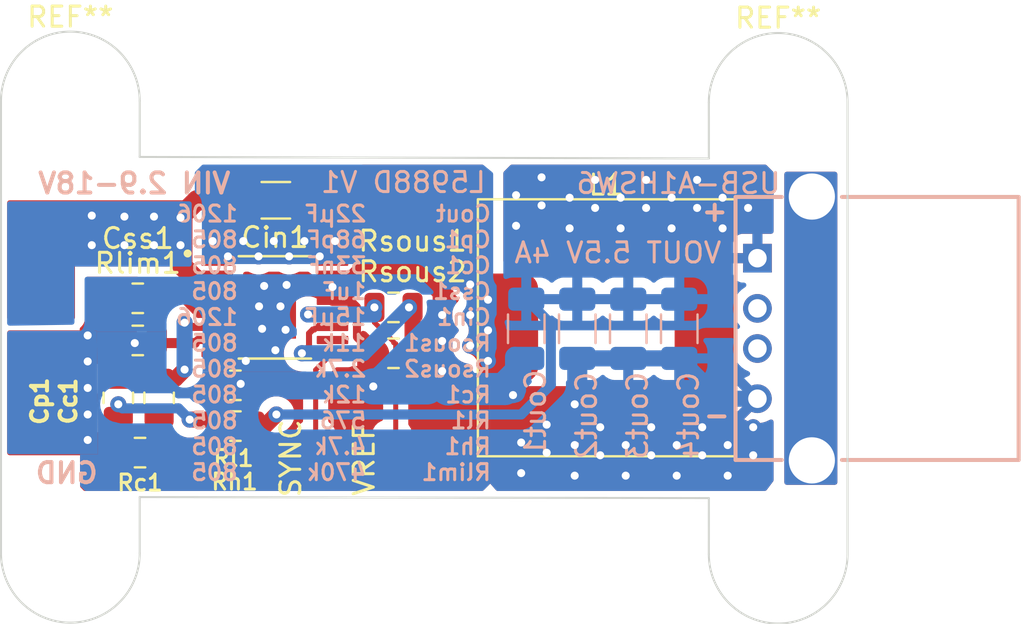
<source format=kicad_pcb>
(kicad_pcb (version 20221018) (generator pcbnew)
  (layers (0 "F.Cu" signal) (31 "B.Cu" signal) (34 "B.Paste" user) (35 "F.Paste" user) (36 "B.SilkS" user "B.Silkscreen") (37 "F.SilkS" user "F.Silkscreen") (38 "B.Mask" user) (39 "F.Mask" user) (44 "Edge.Cuts" user))
  (net 0 "")
  (net 1 "/COMP")
  (net 2 "Net-(Cc1-Pad2)")
  (net 3 "/Vbat")
  (net 4 "GNDPWR")
  (net 5 "/Vout")
  (net 6 "/FB")
  (net 7 "Net-(U1-SS{slash}INH#)")
  (net 8 "Net-(J1-Pin_1)")
  (net 9 "Net-(J2-Pin_1)")
  (net 10 "/OUT")
  (net 11 "Net-(U1-ILIM-ADJ)")
  (net 12 "Net-(U1-U{slash}O{slash}S)")
  (footprint "Connector_Wire:SolderWirePad_1x01_SMD_1x2mm" (layer "F.Cu") (at 166.3448 90.17 180)
    (fp_text reference "VREF" (at 1.3972 -0.4572 90) (layer "F.SilkS"))
    (fp_text value "Conn_01x01_Pin" hide)
    (pad "1" smd roundrect (at 0 0 180) (size 1 2) (layers "F.Cu" "F.Paste" "F.Mask") (net 9 "Net-(J2-Pin_1)"))
  )
  (footprint "Capacitor_SMD:C_0805_2012Metric" (layer "F.Cu") (at 153.6748 82.606)
    (fp_text reference "Css1" (at 0 -2.982) (layer "F.SilkS"))
    (fp_text value "1µF" hide)
    (fp_line (start -0.261252 -0.735) (end 0.261252 -0.735) (stroke (width 0.12)) (layer "F.SilkS"))
    (fp_line (start -0.261252 0.735) (end 0.261252 0.735) (stroke (width 0.12)) (layer "F.SilkS"))
    (pad "1" smd roundrect (at -0.95 0) (size 1 1.45) (layers "F.Cu" "F.Paste" "F.Mask") (net 4 "GNDPWR"))
    (pad "2" smd roundrect (at 0.95 0) (size 1 1.45) (layers "F.Cu" "F.Paste" "F.Mask") (net 7 "Net-(U1-SS{slash}INH#)"))
  )
  (footprint "MountingHole:MountingHole_3.2mm_M3" (layer "F.Cu") (at 150.3172 72.7964)
    (fp_text reference "REF**" (at 0 -4.2) (layer "F.SilkS"))
    (fp_text value "MountingHole_3.2mm_M3" hide)
    (pad "" np_thru_hole circle (at 0 0) (size 3.2 3.2) (drill 3.2) (layers "*.Cu" "*.Mask"))
  )
  (footprint "Capacitor_SMD:C_1206_3216Metric" (layer "F.Cu") (at 160.5518 77.724)
    (fp_text reference "Cin1" (at -0.049 1.849) (layer "F.SilkS"))
    (fp_text value "15µF" hide)
    (fp_line (start -0.711252 -0.91) (end 0.711252 -0.91) (stroke (width 0.12)) (layer "F.SilkS"))
    (fp_line (start -0.711252 0.91) (end 0.711252 0.91) (stroke (width 0.12)) (layer "F.SilkS"))
    (pad "1" smd roundrect (at -1.475 0) (size 1.15 1.8) (layers "F.Cu" "F.Paste" "F.Mask") (roundrect_rratio 0.2173913043) (net 3 "/Vbat"))
    (pad "2" smd roundrect (at 1.475 0) (size 1.15 1.8) (layers "F.Cu" "F.Paste" "F.Mask") (roundrect_rratio 0.2173913043) (net 4 "GNDPWR"))
  )
  (footprint "Capacitor_SMD:C_0805_2012Metric" (layer "F.Cu") (at 166.4108 83.058)
    (fp_text reference "Rsous1" (at 0.95 -3.302) (layer "F.SilkS"))
    (fp_text value "11k")
    (fp_line (start -0.261252 -0.735) (end 0.261252 -0.735) (stroke (width 0.12)) (layer "F.SilkS"))
    (fp_line (start -0.261252 0.735) (end 0.261252 0.735) (stroke (width 0.12)) (layer "F.SilkS"))
    (pad "1" smd roundrect (at -0.95 0) (size 1 1.45) (layers "F.Cu" "F.Paste" "F.Mask") (net 9 "Net-(J2-Pin_1)"))
    (pad "2" smd roundrect (at 0.95 0) (size 1 1.45) (layers "F.Cu" "F.Paste" "F.Mask") (net 12 "Net-(U1-U{slash}O{slash}S)"))
  )
  (footprint "Capacitor_SMD:C_0805_2012Metric" (layer "F.Cu") (at 158.5368 86.939 180)
    (fp_text reference "Rl1" (at 0.0916 -3.6374) (layer "F.SilkS") (effects (font (size 0.8 0.8))))
    (fp_text value "576" hide)
    (fp_line (start -0.261252 -0.735) (end 0.261252 -0.735) (stroke (width 0.12)) (layer "F.SilkS"))
    (fp_line (start -0.261252 0.735) (end 0.261252 0.735) (stroke (width 0.12)) (layer "F.SilkS"))
    (pad "1" smd roundrect (at -0.95 0 180) (size 1 1.45) (layers "F.Cu" "F.Paste" "F.Mask") (net 4 "GNDPWR"))
    (pad "2" smd roundrect (at 0.95 0 180) (size 1 1.45) (layers "F.Cu" "F.Paste" "F.Mask") (net 6 "/FB"))
  )
  (footprint "MountingHole:MountingHole_3.2mm_M3" (layer "F.Cu") (at 150.3172 95.3008)
    (fp_text reference "REF**" hide)
    (fp_text value "MountingHole_3.2mm_M3" hide)
    (pad "" np_thru_hole circle (at 0 0) (size 3.2 3.2) (drill 3.2) (layers "*.Cu" "*.Mask"))
  )
  (footprint "Capacitor_SMD:C_0805_2012Metric" (layer "F.Cu") (at 158.5368 88.971)
    (fp_text reference "Rh1" (at -0.0408 2.7738) (layer "F.SilkS") (effects (font (size 0.8 0.8))))
    (fp_text value "4.7k" hide)
    (fp_line (start -0.261252 -0.735) (end 0.261252 -0.735) (stroke (width 0.12)) (layer "F.SilkS"))
    (fp_line (start -0.261252 0.735) (end 0.261252 0.735) (stroke (width 0.12)) (layer "F.SilkS"))
    (pad "1" smd roundrect (at -0.95 0) (size 1 1.45) (layers "F.Cu" "F.Paste" "F.Mask") (net 6 "/FB"))
    (pad "2" smd roundrect (at 0.95 0) (size 1 1.45) (layers "F.Cu" "F.Paste" "F.Mask") (net 5 "/Vout"))
  )
  (footprint "Connector_Wire:SolderWirePad_1x01_SMD_1x2mm" (layer "F.Cu") (at 162.5348 90.17)
    (fp_text reference "SYNC" (at -1.2448 0.4064 90) (layer "F.SilkS"))
    (fp_text value "Conn_01x01_Pin" hide)
    (pad "1" smd roundrect (at 0 0) (size 1 2) (layers "F.Cu" "F.Paste" "F.Mask") (net 8 "Net-(J1-Pin_1)"))
  )
  (footprint "MountingHole:MountingHole_3.2mm_M3" (layer "F.Cu") (at 185.5724 72.8472)
    (fp_text reference "REF**" (at 0 -4.2) (layer "F.SilkS"))
    (fp_text value "MountingHole_3.2mm_M3" hide)
    (pad "" np_thru_hole circle (at 0 0) (size 3.2 3.2) (drill 3.2) (layers "*.Cu" "*.Mask"))
  )
  (footprint "Capacitor_SMD:C_0805_2012Metric" (layer "F.Cu") (at 153.7868 90.292 180)
    (fp_text reference "Rc1" (at 0 -1.5036) (layer "F.SilkS") (effects (font (size 0.8 0.8))))
    (fp_text value "12k" hide)
    (fp_line (start -0.261252 -0.735) (end 0.261252 -0.735) (stroke (width 0.12)) (layer "F.SilkS"))
    (fp_line (start -0.261252 0.735) (end 0.261252 0.735) (stroke (width 0.12)) (layer "F.SilkS"))
    (pad "1" smd roundrect (at -0.95 0 180) (size 1 1.45) (layers "F.Cu" "F.Paste" "F.Mask") (net 2 "Net-(Cc1-Pad2)"))
    (pad "2" smd roundrect (at 0.95 0 180) (size 1 1.45) (layers "F.Cu" "F.Paste" "F.Mask") (net 6 "/FB"))
  )
  (footprint "Capacitor_SMD:C_0805_2012Metric" (layer "F.Cu") (at 166.4108 85.344 180)
    (fp_text reference "Rsous2" (at -0.95 4.064) (layer "F.SilkS"))
    (fp_text value "2.7k")
    (fp_line (start -0.261252 -0.735) (end 0.261252 -0.735) (stroke (width 0.12)) (layer "F.SilkS"))
    (fp_line (start -0.261252 0.735) (end 0.261252 0.735) (stroke (width 0.12)) (layer "F.SilkS"))
    (pad "1" smd roundrect (at -0.95 0 180) (size 1 1.45) (layers "F.Cu" "F.Paste" "F.Mask") (net 12 "Net-(U1-U{slash}O{slash}S)"))
    (pad "2" smd roundrect (at 0.95 0 180) (size 1 1.45) (layers "F.Cu" "F.Paste" "F.Mask") (net 4 "GNDPWR"))
  )
  (footprint "Capacitor_SMD:C_0805_2012Metric" (layer "F.Cu") (at 154.7368 87.564 -90)
    (fp_text reference "Cc1" (at 0.1676 4.5212 90) (layer "F.SilkS") (effects (font (size 0.8 0.8) (thickness 0.25) bold)))
    (fp_text value "33nF" hide)
    (fp_line (start -0.261252 -0.735) (end 0.261252 -0.735) (stroke (width 0.12)) (layer "F.SilkS"))
    (fp_line (start -0.261252 0.735) (end 0.261252 0.735) (stroke (width 0.12)) (layer "F.SilkS"))
    (pad "1" smd roundrect (at -0.95 0 270) (size 1 1.45) (layers "F.Cu" "F.Paste" "F.Mask") (net 1 "/COMP"))
    (pad "2" smd roundrect (at 0.95 0 270) (size 1 1.45) (layers "F.Cu" "F.Paste" "F.Mask") (net 2 "Net-(Cc1-Pad2)"))
  )
  (footprint "Converter_DCDC_ST:L5988D" (layer "F.Cu") (at 160.5028 83.058)
    (fp_text reference "U1" hide)
    (fp_text value "~")
    (fp_line (start -1.8 -2.55) (end 1.8 -2.55) (stroke (width 0.127)) (layer "F.SilkS"))
    (fp_line (start -1.8 2.55) (end 1.8 2.55) (stroke (width 0.127)) (layer "F.SilkS"))
    (fp_circle (center -4.345 -2.685) (end -4.145 -2.685) (fill solid) (layer "F.SilkS"))
    (pad "1" smd roundrect (at -2.87 -2.275) (size 1.57 0.41) (layers "F.Cu" "F.Paste" "F.Mask") (roundrect_rratio 0.1) (net 10 "/OUT"))
    (pad "2" smd roundrect (at -2.87 -1.625) (size 1.57 0.41) (layers "F.Cu" "F.Paste" "F.Mask") (roundrect_rratio 0.1) (net 3 "/Vbat"))
    (pad "3" smd roundrect (at -2.87 -0.975) (size 1.57 0.41) (layers "F.Cu" "F.Paste" "F.Mask") (roundrect_rratio 0.1) (net 3 "/Vbat"))
    (pad "4" smd roundrect (at -2.87 -0.325) (size 1.57 0.41) (layers "F.Cu" "F.Paste" "F.Mask") (roundrect_rratio 0.1) (net 3 "/Vbat"))
    (pad "5" smd roundrect (at -2.87 0.325) (size 1.57 0.41) (layers "F.Cu" "F.Paste" "F.Mask") (roundrect_rratio 0.1) (net 7 "Net-(U1-SS{slash}INH#)"))
    (pad "6" smd roundrect (at -2.87 0.975) (size 1.57 0.41) (layers "F.Cu" "F.Paste" "F.Mask") (roundrect_rratio 0.1) (net 1 "/COMP"))
    (pad "7" smd roundrect (at -2.87 1.625) (size 1.57 0.41) (layers "F.Cu" "F.Paste" "F.Mask") (roundrect_rratio 0.1) (net 11 "Net-(U1-ILIM-ADJ)"))
    (pad "8" smd roundrect (at -2.87 2.275) (size 1.57 0.41) (layers "F.Cu" "F.Paste" "F.Mask") (roundrect_rratio 0.1) (net 6 "/FB"))
    (pad "9" smd roundrect (at 2.87 2.275) (size 1.57 0.41) (layers "F.Cu" "F.Paste" "F.Mask") (roundrect_rratio 0.1) (net 8 "Net-(J1-Pin_1)"))
    (pad "10" smd roundrect (at 2.87 1.625) (size 1.57 0.41) (layers "F.Cu" "F.Paste" "F.Mask") (roundrect_rratio 0.1))
    (pad "11" smd roundrect (at 2.87 0.975) (size 1.57 0.41) (layers "F.Cu" "F.Paste" "F.Mask") (roundrect_rratio 0.1) (net 12 "Net-(U1-U{slash}O{slash}S)"))
    (pad "12" smd roundrect (at 2.87 0.325) (size 1.57 0.41) (layers "F.Cu" "F.Paste" "F.Mask") (roundrect_rratio 0.1) (net 9 "Net-(J2-Pin_1)"))
    (pad "13" smd roundrect (at 2.87 -0.325) (size 1.57 0.41) (layers "F.Cu" "F.Paste" "F.Mask") (roundrect_rratio 0.1) (net 4 "GNDPWR"))
    (pad "14" smd roundrect (at 2.87 -0.975) (size 1.57 0.41) (layers "F.Cu" "F.Paste" "F.Mask") (roundrect_rratio 0.1) (net 4 "GNDPWR"))
    (pad "15" smd roundrect (at 2.87 -1.625) (size 1.57 0.41) (layers "F.Cu" "F.Paste" "F.Mask") (roundrect_rratio 0.1) (net 4 "GNDPWR"))
    (pad "16" smd roundrect (at 2.87 -2.275) (size 1.57 0.41) (layers "F.Cu" "F.Paste" "F.Mask") (roundrect_rratio 0.1) (net 10 "/OUT"))
    (pad "17" smd rect (at 0 0) (size 2.105 3.115) (layers "F.Cu" "F.Mask") (net 4 "GNDPWR"))
  )
  (footprint "MountingHole:MountingHole_3.2mm_M3" (layer "F.Cu") (at 185.5724 95.3516)
    (fp_text reference "REF**" hide)
    (fp_text value "MountingHole_3.2mm_M3" hide)
    (pad "" np_thru_hole circle (at 0 0) (size 3.2 3.2) (drill 3.2) (layers "*.Cu" "*.Mask"))
  )
  (footprint "Capacitor_SMD:C_0805_2012Metric" (layer "F.Cu") (at 153.6748 84.704)
    (fp_text reference "Rlim1" (at 0 -3.844) (layer "F.SilkS"))
    (fp_text value "470k" hide)
    (fp_line (start -0.261252 -0.735) (end 0.261252 -0.735) (stroke (width 0.12)) (layer "F.SilkS"))
    (fp_line (start -0.261252 0.735) (end 0.261252 0.735) (stroke (width 0.12)) (layer "F.SilkS"))
    (pad "1" smd roundrect (at -0.95 0) (size 1 1.45) (layers "F.Cu" "F.Paste" "F.Mask") (net 4 "GNDPWR"))
    (pad "2" smd roundrect (at 0.95 0) (size 1 1.45) (layers "F.Cu" "F.Paste" "F.Mask") (net 11 "Net-(U1-ILIM-ADJ)"))
  )
  (footprint "Inductor_SMD_Wurth:WE-PDA" (layer "F.Cu") (at 177.0148 84.074 90)
    (fp_text reference "L1" (at 7.112 0 unlocked) (layer "F.SilkS"))
    (fp_text value "15µH" hide)
    (fp_rect (start -6.4 -6.4) (end 6.4 6.4) (stroke (width 0.12)) (fill none) (layer "F.SilkS"))
    (pad "1" smd roundrect (at 0 -4.9 90) (size 5.4 3) (layers "F.Cu" "F.Paste" "F.Mask") (net 10 "/OUT"))
    (pad "2" smd roundrect (at 0 4.9 90) (size 5.4 3) (layers "F.Cu" "F.Paste" "F.Mask") (net 5 "/Vout"))
  )
  (footprint "Capacitor_SMD:C_0805_2012Metric" (layer "F.Cu") (at 152.7048 87.564 -90)
    (fp_text reference "Cp1" (at 0.1676 3.9116 90) (layer "F.SilkS") (effects (font (size 0.8 0.8) (thickness 0.25) bold)))
    (fp_text value "68pF" hide)
    (fp_line (start -0.261252 -0.735) (end 0.261252 -0.735) (stroke (width 0.12)) (layer "F.SilkS"))
    (fp_line (start -0.261252 0.735) (end 0.261252 0.735) (stroke (width 0.12)) (layer "F.SilkS"))
    (pad "1" smd roundrect (at -0.95 0 270) (size 1 1.45) (layers "F.Cu" "F.Paste" "F.Mask") (net 1 "/COMP"))
    (pad "2" smd roundrect (at 0.95 0 270) (size 1 1.45) (layers "F.Cu" "F.Paste" "F.Mask") (net 6 "/FB"))
  )
  (footprint "Capacitor_SMD:C_1206_3216Metric" (layer "B.Cu") (at 180.6448 84.123 -90)
    (fp_text reference "Cout4" (at 4.3198 -0.4572 90) (layer "B.SilkS") (effects (justify mirror)))
    (fp_text value "22µF" hide)
    (fp_line (start -0.711252 -0.91) (end 0.711252 -0.91) (stroke (width 0.12)) (layer "B.SilkS"))
    (fp_line (start -0.711252 0.91) (end 0.711252 0.91) (stroke (width 0.12)) (layer "B.SilkS"))
    (pad "1" smd roundrect (at -1.475 0 270) (size 1.15 1.8) (layers "B.Cu" "B.Paste" "B.Mask") (roundrect_rratio 0.2173913043) (net 5 "/Vout"))
    (pad "2" smd roundrect (at 1.475 0 270) (size 1.15 1.8) (layers "B.Cu" "B.Paste" "B.Mask") (roundrect_rratio 0.2173913043) (net 4 "GNDPWR"))
  )
  (footprint "Capacitor_SMD:C_1206_3216Metric" (layer "B.Cu") (at 175.5648 84.123 -90)
    (fp_text reference "Cout2" (at 4.3198 -0.4572 90) (layer "B.SilkS") (effects (justify mirror)))
    (fp_text value "22µF" hide)
    (fp_line (start -0.711252 -0.91) (end 0.711252 -0.91) (stroke (width 0.12)) (layer "B.SilkS"))
    (fp_line (start -0.711252 0.91) (end 0.711252 0.91) (stroke (width 0.12)) (layer "B.SilkS"))
    (pad "1" smd roundrect (at -1.475 0 270) (size 1.15 1.8) (layers "B.Cu" "B.Paste" "B.Mask") (roundrect_rratio 0.2173913043) (net 5 "/Vout"))
    (pad "2" smd roundrect (at 1.475 0 270) (size 1.15 1.8) (layers "B.Cu" "B.Paste" "B.Mask") (roundrect_rratio 0.2173913043) (net 4 "GNDPWR"))
  )
  (footprint "Connector:OST_USB-A1HSW6" (layer "B.Cu") (at 191.0488 84.108 -90)
    (fp_text reference "P1" hide)
    (fp_text value "USB-A1HSW6")
    (fp_line (start -6.55 -6.5) (end 6.55 -6.5) (stroke (width 0.2)) (layer "B.SilkS"))
    (fp_line (start -6.55 2.3) (end -6.55 -6.5) (stroke (width 0.2)) (layer "B.SilkS"))
    (fp_line (start -6.55 5.3) (end -6.55 7.6) (stroke (width 0.2)) (layer "B.SilkS"))
    (fp_line (start -6.55 7.6) (end 6.55 7.6) (stroke (width 0.2)) (layer "B.SilkS"))
    (fp_line (start 6.55 -6.5) (end 6.55 2.3) (stroke (width 0.2)) (layer "B.SilkS"))
    (fp_line (start 6.55 7.6) (end 6.55 5.3) (stroke (width 0.2)) (layer "B.SilkS"))
    (pad "" thru_hole circle (at -6.57 3.8 270) (size 2.3 2.3) (drill 2.3) (layers "*.Cu" "*.Mask") (net 4 "GNDPWR"))
    (pad "" thru_hole circle (at 6.57 3.8 270) (size 2.3 2.3) (drill 2.3) (layers "*.Cu" "*.Mask") (net 4 "GNDPWR"))
    (pad "1" thru_hole rect (at -3.5 6.51 270) (size 1.428 1.428) (drill 0.92) (layers "*.Cu" "*.Mask") (net 5 "/Vout"))
    (pad "2" thru_hole circle (at -1 6.51 270) (size 1.428 1.428) (drill 0.92) (layers "*.Cu" "*.Mask"))
    (pad "3" thru_hole circle (at 1 6.51 270) (size 1.428 1.428) (drill 0.92) (layers "*.Cu" "*.Mask"))
    (pad "4" thru_hole circle (at 3.5 6.51 270) (size 1.428 1.428) (drill 0.92) (layers "*.Cu" "*.Mask") (net 4 "GNDPWR"))
  )
  (footprint "Capacitor_SMD:C_1206_3216Metric" (layer "B.Cu") (at 173.0248 84.123 -90)
    (fp_text reference "Cout1" (at 4.2058 -0.4572 90) (layer "B.SilkS") (effects (justify mirror)))
    (fp_text value "22µF" hide)
    (fp_line (start -0.711252 -0.91) (end 0.711252 -0.91) (stroke (width 0.12)) (layer "B.SilkS"))
    (fp_line (start -0.711252 0.91) (end 0.711252 0.91) (stroke (width 0.12)) (layer "B.SilkS"))
    (pad "1" smd roundrect (at -1.475 0 270) (size 1.15 1.8) (layers "B.Cu" "B.Paste" "B.Mask") (roundrect_rratio 0.2173913043) (net 5 "/Vout"))
    (pad "2" smd roundrect (at 1.475 0 270) (size 1.15 1.8) (layers "B.Cu" "B.Paste" "B.Mask") (roundrect_rratio 0.2173913043) (net 4 "GNDPWR"))
  )
  (footprint "Capacitor_SMD:C_1206_3216Metric" (layer "B.Cu") (at 178.1048 84.123 -90)
    (fp_text reference "Cout3" (at 4.3198 -0.4572 90) (layer "B.SilkS") (effects (justify mirror)))
    (fp_text value "22µF" hide)
    (fp_line (start -0.711252 -0.91) (end 0.711252 -0.91) (stroke (width 0.12)) (layer "B.SilkS"))
    (fp_line (start -0.711252 0.91) (end 0.711252 0.91) (stroke (width 0.12)) (layer "B.SilkS"))
    (pad "1" smd roundrect (at -1.475 0 270) (size 1.15 1.8) (layers "B.Cu" "B.Paste" "B.Mask") (roundrect_rratio 0.2173913043) (net 5 "/Vout"))
    (pad "2" smd roundrect (at 1.475 0 270) (size 1.15 1.8) (layers "B.Cu" "B.Paste" "B.Mask") (roundrect_rratio 0.2173913043) (net 4 "GNDPWR"))
  )
  (gr_line (start 182.117627 72.8472) (end 182.118 75.6412) (stroke (width 0.1)) (layer "Edge.Cuts"))
  (gr_line (start 189.0268 77.47) (end 189.0268 72.7964) (stroke (width 0.1)) (layer "Edge.Cuts"))
  (gr_line (start 146.862428 90.6272) (end 146.862614 77.4446) (stroke (width 0.1)) (layer "Edge.Cuts"))
  (gr_line (start 153.7716 95.3008) (end 153.771227 92.5068) (stroke (width 0.1)) (layer "Edge.Cuts"))
  (gr_line (start 182.117628 95.3516) (end 182.118001 92.5576) (stroke (width 0.1)) (layer "Edge.Cuts"))
  (gr_line (start 146.862614 77.4446) (end 146.862614 72.7202) (stroke (width 0.1)) (layer "Edge.Cuts"))
  (gr_line (start 189.0268 77.47) (end 189.0268 90.678) (stroke (width 0.1)) (layer "Edge.Cuts"))
  (gr_arc (start 189.0268 95.4024) (mid 185.547 98.80628) (end 182.117628 95.3516) (stroke (width 0.1)) (layer "Edge.Cuts"))
  (gr_arc (start 146.862614 72.7202) (mid 150.342414 69.316319) (end 153.771786 72.771) (stroke (width 0.1)) (layer "Edge.Cuts"))
  (gr_arc (start 153.7716 95.3008) (mid 150.342228 98.755481) (end 146.862428 95.3516) (stroke (width 0.1)) (layer "Edge.Cuts"))
  (gr_line (start 153.771786 72.771) (end 153.771413 75.565) (stroke (width 0.1)) (layer "Edge.Cuts"))
  (gr_line (start 153.771413 75.565) (end 182.118 75.6412) (stroke (width 0.1)) (layer "Edge.Cuts"))
  (gr_line (start 153.771227 92.5068) (end 182.118001 92.5576) (stroke (width 0.1)) (layer "Edge.Cuts"))
  (gr_line (start 146.862428 90.6272) (end 146.862428 95.3516) (stroke (width 0.1)) (layer "Edge.Cuts"))
  (gr_arc (start 182.117627 72.8472) (mid 185.546999 69.39252) (end 189.026799 72.7964) (stroke (width 0.1)) (layer "Edge.Cuts"))
  (gr_line (start 189.0268 90.678) (end 189.0268 95.4024) (stroke (width 0.1)) (layer "Edge.Cuts"))
  (gr_text "+" (at 181.6608 78.8416) (layer "B.SilkS") (effects (font (size 1 1) (thickness 0.2) bold) (justify left bottom)))
  (gr_text "GND" (at 151.7904 91.8972) (layer "B.SilkS") (effects (font (size 1 1) (thickness 0.2) bold) (justify left bottom mirror)))
  (gr_text "USB-A1HSW6" (at 185.7756 77.47) (layer "B.SilkS") (effects (font (size 1 1)) (justify left bottom mirror)))
  (gr_text "-" (at 181.7624 89.0016) (layer "B.SilkS") (effects (font (size 1 1) (thickness 0.2) bold) (justify left bottom)))
  (gr_text "VOUT 5.5V 4A" (at 182.8292 80.9244) (layer "B.SilkS") (effects (font (size 1 1)) (justify left bottom mirror)))
  (gr_text "L5988D V1" (at 171.0944 77.4192) (layer "B.SilkS") (effects (font (size 1 1)) (justify left bottom mirror)))
  (gr_text "Cout	22µF	1206\nCp1		68pF	805\nCc1		33nF	805\nCss1	1uF		805\nCin1	15µF	1206\nRsous1	11k		805\nRsous2	2.7k	805\nRc1		12k		805\nRl1		576		805\nRh1		4.7k	805\nRlim1	470k	805" (at 171.3484 91.7448) (layer "B.SilkS") (effects (font (size 0.8 0.8)) (justify left bottom mirror)))
  (gr_text "VIN 2.9-18V" (at 158.3944 77.47) (layer "B.SilkS") (effects (font (size 1 1) (thickness 0.2) bold) (justify left bottom mirror)))
  (segment (start 156.0068 86.1568) (end 155.5496 86.614) (width 0.8) (layer "F.Cu") (net 1))
  (segment (start 154.7368 86.614) (end 152.7048 86.614) (width 0.8) (layer "F.Cu") (net 1))
  (segment (start 157.6328 84.033) (end 156.2198 84.033) (width 0.4) (layer "F.Cu") (net 1))
  (segment (start 156.2198 84.033) (end 156.0068 83.82) (width 0.25) (layer "F.Cu") (net 1))
  (segment (start 155.5496 86.614) (end 154.7368 86.614) (width 0.8) (layer "F.Cu") (net 1))
  (via (at 156.0068 83.82) (size 0.8) (drill 0.4) (layers "F.Cu" "B.Cu") (net 1))
  (via (at 156.0068 86.1568) (size 0.8) (drill 0.4) (layers "F.Cu" "B.Cu") (net 1))
  (segment (start 156.0068 83.82) (end 156.0068 86.1568) (width 0.8) (layer "B.Cu") (net 1))
  (segment (start 154.7368 88.514) (end 154.7368 90.292) (width 0.8) (layer "F.Cu") (net 2))
  (segment (start 156.662567 81.768699) (end 156.876499 81.768699) (width 1) (layer "F.Cu") (net 3))
  (segment (start 158.760402 77.724) (end 156.6158 77.724) (width 1) (layer "F.Cu") (net 3))
  (segment (start 155.8036 79.9592) (end 155.899101 80.054701) (width 1) (layer "F.Cu") (net 3))
  (segment (start 155.899101 78.683101) (end 155.899101 79.863699) (width 1) (layer "F.Cu") (net 3))
  (segment (start 155.899101 80.054701) (end 155.899101 81.005233) (width 1) (layer "F.Cu") (net 3))
  (segment (start 155.899101 81.005233) (end 156.662567 81.768699) (width 1) (layer "F.Cu") (net 3))
  (segment (start 159.096101 78.059699) (end 158.760402 77.724) (width 1) (layer "F.Cu") (net 3))
  (segment (start 155.899101 78.440699) (end 155.899101 78.492099) (width 1) (layer "F.Cu") (net 3))
  (segment (start 155.8036 78.5876) (end 155.899101 78.683101) (width 1) (layer "F.Cu") (net 3))
  (segment (start 155.899101 78.492099) (end 155.8036 78.5876) (width 1) (layer "F.Cu") (net 3))
  (segment (start 157.6328 81.773) (end 157.6328 82.423) (width 1) (layer "F.Cu") (net 3))
  (segment (start 155.899101 79.863699) (end 155.8036 79.9592) (width 1) (layer "F.Cu") (net 3))
  (segment (start 156.6158 77.724) (end 155.899101 78.440699) (width 1) (layer "F.Cu") (net 3))
  (segment (start 157.6328 81.717) (end 157.6328 82.367) (width 1) (layer "F.Cu") (net 3))
  (via (at 151.384 79.9592) (size 0.8) (drill 0.4) (layers "F.Cu" "B.Cu") (net 3))
  (via (at 155.8036 78.5876) (size 0.8) (drill 0.4) (layers "F.Cu" "B.Cu") (net 3))
  (via (at 155.8036 79.9592) (size 0.8) (drill 0.4) (layers "F.Cu" "B.Cu") (net 3))
  (via (at 153.0096 79.9592) (size 0.8) (drill 0.4) (layers "F.Cu" "B.Cu") (net 3))
  (via (at 154.4828 78.5368) (size 0.8) (drill 0.4) (layers "F.Cu" "B.Cu") (net 3))
  (via (at 153.0096 78.5368) (size 0.8) (drill 0.4) (layers "F.Cu" "B.Cu") (net 3))
  (via (at 151.384 78.486) (size 0.8) (drill 0.4) (layers "F.Cu" "B.Cu") (net 3))
  (via (at 154.4828 79.9592) (size 0.8) (drill 0.4) (layers "F.Cu" "B.Cu") (net 3))
  (segment (start 164.585 83.771173) (end 164.585 83.220398) (width 0.4) (layer "F.Cu") (net 4))
  (segment (start 164.3888 77.724) (end 165.1508 78.486) (width 0.8) (layer "F.Cu") (net 4))
  (segment (start 169.2148 83.185) (end 167.4368 81.407) (width 0.25) (layer "F.Cu") (net 4))
  (segment (start 164.148402 82.733) (end 163.3728 82.733) (width 0.5) (layer "F.Cu") (net 4))
  (segment (start 151.0538 92.075) (end 168.1988 92.075) (width 0.25) (layer "F.Cu") (net 4))
  (segment (start 169.2148 91.059) (end 169.2148 83.185) (width 0.25) (layer "F.Cu") (net 4))
  (segment (start 164.148402 81.433) (end 163.3728 81.433) (width 0.25) (layer "F.Cu") (net 4))
  (segment (start 164.592 84.526) (end 164.592 83.778173) (width 0.4) (layer "F.Cu") (net 4))
  (segment (start 163.3728 82.042) (end 163.3728 82.083) (width 0.8) (layer "F.Cu") (net 4))
  (segment (start 158.8008 86.868) (end 159.4158 86.868) (width 0.25) (layer "F.Cu") (net 4))
  (segment (start 165.4608 85.344) (end 164.6428 84.526) (width 0.5) (layer "F.Cu") (net 4))
  (segment (start 175.1838 87.63) (end 172.3898 87.63) (width 1.3) (layer "F.Cu") (net 4))
  (segment (start 163.3728 81.661) (end 163.3728 82.042) (width 0.8) (layer "F.Cu") (net 4))
  (segment (start 164.174402 81.407) (end 164.148402 81.433) (width 0.25) (layer "F.Cu") (net 4))
  (segment (start 150.9268 91.948) (end 151.0538 92.075) (width 0.25) (layer "F.Cu") (net 4))
  (segment (start 167.4368 81.407) (end 164.174402 81.407) (width 0.25) (layer "F.Cu") (net 4))
  (segment (start 168.1988 92.075) (end 169.2148 91.059) (width 0.25) (layer "F.Cu") (net 4))
  (segment (start 153.3933 84.704) (end 153.5253 84.836) (width 0.25) (layer "F.Cu") (net 4))
  (segment (start 152.7248 82.606) (end 152.7248 84.704) (width 0.8) (layer "F.Cu") (net 4))
  (segment (start 152.7248 84.704) (end 153.3933 84.704) (width 0.25) (layer "F.Cu") (net 4))
  (segment (start 164.5412 83.058) (end 164.053802 82.570602) (width 0.5) (layer "F.Cu") (net 4))
  (segment (start 159.4158 86.868) (end 159.4868 86.939) (width 0.25) (layer "F.Cu") (net 4))
  (segment (start 165.4048 86.995) (end 165.4048 85.4) (width 1.6) (layer "F.Cu") (net 4))
  (segment (start 163.3728 82.083) (end 163.3728 82.55) (width 0.8) (layer "F.Cu") (net 4))
  (segment (start 164.309311 81.661) (end 163.3728 81.661) (width 0.8) (layer "F.Cu") (net 4))
  (segment (start 165.1508 80.819511) (end 164.309311 81.661) (width 0.8) (layer "F.Cu") (net 4))
  (segment (start 162.0268 77.724) (end 162.1028 77.648) (width 0.25) (layer "F.Cu") (net 4))
  (segment (start 162.0268 77.724) (end 164.3888 77.724) (width 0.8) (layer "F.Cu") (net 4))
  (segment (start 175.4378 87.884) (end 175.1838 87.63) (width 1) (layer "F.Cu") (net 4))
  (segment (start 165.4048 85.4) (end 165.4608 85.344) (width 0.25) (layer "F.Cu") (net 4))
  (segment (start 165.1508 78.486) (end 165.1508 80.819511) (width 0.8) (layer "F.Cu") (net 4))
  (via (at 175.4378 89.916) (size 0.8) (drill 0.4) (layers "F.Cu" "B.Cu") (net 4))
  (via (at 161.036 84.1756) (size 0.8) (drill 0.4) (layers "F.Cu" "B.Cu") (net 4))
  (via (at 160.528 85.1916) (size 0.8) (drill 0.4) (layers "F.Cu" "B.Cu") (net 4))
  (via (at 172.7708 89.789) (size 0.8) (drill 0.4) (layers "F.Cu" "B.Cu") (net 4))
  (via (at 181.7878 89.027) (size 0.8) (drill 0.4) (layers "F.Cu" "B.Cu") (net 4))
  (via (at 180.5178 89.916) (size 0.8) (drill 0.4) (layers "F.Cu" "B.Cu") (net 4))
  (via (at 159.0548 85.725) (size 0.8) (drill 0.4) (layers "F.Cu" "B.Cu") (net 4))
  (via (at 161.0868 81.9404) (size 0.8) (drill 0.4) (layers "F.Cu" "B.Cu") (net 4))
  (via (at 159.9692 81.9912) (size 0.8) (drill 0.4) (layers "F.Cu" "B.Cu") (net 4))
  (via (at 181.7878 90.424) (size 0.8) (drill 0.4) (layers "F.Cu" "B.Cu") (net 4))
  (via (at 179.2478 89.027) (size 0.8) (drill 0.4) (layers "F.Cu" "B.Cu") (net 4))
  (via (at 177.9778 91.44) (size 0.8) (drill 0.4) (layers "F.Cu" "B.Cu") (net 4))
  (via (at 177.9778 89.916) (size 0.8) (drill 0.4) (layers "F.Cu" "B.Cu") (net 4))
  (via (at 168.8338 86.233) (size 0.8) (drill 0.4) (layers "F.Cu" "B.Cu") (net 4))
  (via (at 163.3728 82.042) (size 0.8) (drill 0.4) (layers "F.Cu" "B.Cu") (net 4))
  (via (at 153.5253 84.836) (size 0.8) (drill 0.4) (layers "F.Cu" "B.Cu") (net 4))
  (via (at 175.4378 91.44) (size 0.8) (drill 0.4) (layers "F.Cu" "B.Cu") (net 4))
  (via (at 183.0578 89.916) (size 0.8) (drill 0.4) (layers "F.Cu" "B.Cu") (net 4))
  (via (at 151.1808 85.7504) (size 0.8) (drill 0.4) (layers "F.Cu" "B.Cu") (net 4))
  (via (at 151.1808 87.0712) (size 0.8) (drill 0.4) (layers "F.Cu" "B.Cu") (net 4))
  (via (at 183.0578 91.44) (size 0.8) (drill 0.4) (layers "F.Cu" "B.Cu") (net 4))
  (via (at 168.8338 83.439) (size 0.8) (drill 0.4) (layers "F.Cu" "B.Cu") (net 4))
  (via (at 184.3278 89.027) (size 0.8) (drill 0.4) (layers "F.Cu" "B.Cu") (net 4))
  (via (at 174.0408 88.9) (size 0.8) (drill 0.4) (layers "F.Cu" "B.Cu") (net 4))
  (via (at 184.3278 90.424) (size 0.8) (drill 0.4) (layers "F.Cu" "B.Cu") (net 4))
  (via (at 151.1808 84.455) (size 0.8) (drill 0.4) (layers "F.Cu" "B.Cu") (net 4))
  (via (at 172.3644 87.4268) (size 0.8) (drill 0.4) (layers "F.Cu" "B.Cu") (net 4))
  (via (at 172.7708 91.313) (size 0.8) (drill 0.4) (layers "F.Cu" "B.Cu") (net 4))
  (via (at 158.8008 86.868) (size 0.8) (drill 0.4) (layers "F.Cu" "B.Cu") (net 4))
  (via (at 175.4378 87.884) (size 0.8) (drill 0.4) (layers "F.Cu" "B.Cu") (net 4))
  (via (at 159.8676 84.1248) (size 0.8) (drill 0.4) (layers "F.Cu" "B.Cu") (net 4))
  (via (at 168.8338 84.7344) (size 0.8) (drill 0.4) (layers "F.Cu" "B.Cu") (net 4))
  (via (at 180.5178 91.44) (size 0.8) (drill 0.4) (layers "F.Cu" "B.Cu") (net 4))
  (via (at 176.7078 89.027) (size 0.8) (drill 0.4) (layers "F.Cu" "B.Cu") (net 4))
  (via (at 160.782 83.0072) (size 0.8) (drill 0.4) (layers "F.Cu" "B.Cu") (net 4))
  (via (at 159.7152 83.0072) (size 0.8) (drill 0.4) (layers "F.Cu" "B.Cu") (net 4))
  (via (at 176.7078 90.424) (size 0.8) (drill 0.4) (layers "F.Cu" "B.Cu") (net 4))
  (via (at 151.1808 88.392) (size 0.8) (drill 0.4) (layers "F.Cu" "B.Cu") (net 4))
  (via (at 174.0408 90.297) (size 0.8) (drill 0.4) (layers "F.Cu" "B.Cu") (net 4))
  (via (at 179.2478 90.424) (size 0.8) (drill 0.4) (layers "F.Cu" "B.Cu") (net 4))
  (via (at 165.4048 86.995) (size 0.8) (drill 0.4) (layers "F.Cu" "B.Cu") (net 4))
  (via (at 151.1808 89.662) (size 0.8) (drill 0.4) (layers "F.Cu" "B.Cu") (net 4))
  (segment (start 180.6448 85.598) (end 178.1048 85.598) (width 0.8) (layer "B.Cu") (net 4))
  (segment (start 172.3644 87.4268) (end 172.6184 87.1728) (width 0.8) (layer "B.Cu") (net 4))
  (segment (start 173.0248 85.598) (end 171.6278 86.995) (width 1) (layer "B.Cu") (net 4))
  (segment (start 178.1048 85.598) (end 175.5648 85.598) (width 0.8) (layer "B.Cu") (net 4))
  (segment (start 158.3298 87.339) (end 158.8008 86.868) (width 0.5) (layer "B.Cu") (net 4))
  (segment (start 172.466 87.2998) (end 172.466 85.5218) (width 1) (layer "B.Cu") (net 4))
  (segment (start 175.5648 87.757) (end 175.4378 87.884) (width 0.25) (layer "B.Cu") (net 4))
  (segment (start 155.706495 87.339) (end 158.3298 87.339) (width 0.5) (layer "B.Cu") (net 4))
  (segment (start 172.0088 87.0712) (end 171.955 87.125) (width 1.6) (layer "B.Cu") (net 4))
  (segment (start 170.0306 87.125) (end 169.9768 87.0712) (width 1.6) (layer "B.Cu") (net 4))
  (segment (start 175.5648 85.598) (end 175.5648 87.757) (width 1) (layer "B.Cu") (net 4))
  (segment (start 169.1386 87.0458) (end 168.3766 86.2838) (width 1.8) (layer "B.Cu") (net 4))
  (segment (start 168.7576 86.233) (end 167.9956 86.995) (width 1.8) (layer "B.Cu") (net 4))
  (segment (start 153.5253 84.836) (end 153.5253 85.157805) (width 0.25) (layer "B.Cu") (net 4))
  (segment (start 153.5253 85.157805) (end 155.706495 87.339) (width 0.5) (layer "B.Cu") (net 4))
  (segment (start 182.6548 87.608) (end 180.6448 85.598) (width 0.8) (layer "B.Cu") (net 4))
  (segment (start 184.5388 87.608) (end 182.6548 87.608) (width 0.8) (layer "B.Cu") (net 4))
  (segment (start 171.955 87.125) (end 170.0306 87.125) (width 1.6) (layer "B.Cu") (net 4))
  (segment (start 168.0718 86.995) (end 165.4048 86.995) (width 1.8) (layer "B.Cu") (net 4))
  (segment (start 159.4868 88.971) (end 159.9998 88.971) (width 0.25) (layer "F.Cu") (net 5))
  (segment (start 159.9998 88.971) (end 160.5788 88.392) (width 0.8) (layer "F.Cu") (net 5))
  (via (at 182.8038 79.121) (size 0.8) (drill 0.4) (layers "F.Cu" "B.Cu") (net 5))
  (via (at 172.5168 77.47) (size 0.8) (drill 0.4) (layers "F.Cu" "B.Cu") (net 5))
  (via (at 178.9938 78.105) (size 0.8) (drill 0.4) (layers "F.Cu" "B.Cu") (net 5))
  (via (at 177.7238 79.121) (size 0.8) (drill 0.4) (layers "F.Cu" "B.Cu") (net 5))
  (via (at 176.4538 76.708) (size 0.8) (drill 0.4) (layers "F.Cu" "B.Cu") (net 5))
  (via (at 175.1838 79.121) (size 0.8) (drill 0.4) (layers "F.Cu" "B.Cu") (net 5))
  (via (at 181.5338 78.105) (size 0.8) (drill 0.4) (layers "F.Cu" "B.Cu") (net 5))
  (via (at 173.7868 77.978) (size 0.8) (drill 0.4) (layers "F.Cu" "B.Cu") (net 5))
  (via (at 176.4538 78.105) (size 0.8) (drill 0.4) (layers "F.Cu" "B.Cu") (net 5))
  (via (at 182.8038 77.597) (size 0.8) (drill 0.4) (layers "F.Cu" "B.Cu") (net 5))
  (via (at 173.7868 76.581) (size 0.8) (drill 0.4) (layers "F.Cu" "B.Cu") (net 5))
  (via (at 180.2638 77.597) (size 0.8) (drill 0.4) (layers "F.Cu" "B.Cu") (net 5))
  (via (at 178.9938 76.708) (size 0.8) (drill 0.4) (layers "F.Cu" "B.Cu") (net 5))
  (via (at 184.0738 78.105) (size 0.8) (drill 0.4) (layers "F.Cu" "B.Cu") (net 5))
  (via (at 172.5168 78.994) (size 0.8) (drill 0.4) (layers "F.Cu" "B.Cu") (net 5))
  (via (at 177.7238 77.597) (size 0.8) (drill 0.4) (layers "F.Cu" "B.Cu") (net 5))
  (via (at 175.1838 77.597) (size 0.8) (drill 0.4) (layers "F.Cu" "B.Cu") (net 5))
  (via (at 180.2638 79.121) (size 0.8) (drill 0.4) (layers "F.Cu" "B.Cu") (net 5))
  (via (at 181.5338 76.708) (size 0.8) (drill 0.4) (layers "F.Cu" "B.Cu") (net 5))
  (via (at 160.5788 88.392) (size 0.8) (drill 0.4) (layers "F.Cu" "B.Cu") (net 5))
  (segment (start 174.2498 83.873) (end 173.0248 82.648) (width 0.5) (layer "B.Cu") (net 5))
  (segment (start 172.7708 88.392) (end 174.2498 86.913) (width 0.5) (layer "B.Cu") (net 5))
  (segment (start 160.5788 88.392) (end 172.7708 88.392) (width 0.5) (layer "B.Cu") (net 5))
  (segment (start 174.2498 86.913) (end 174.2498 83.873) (width 0.5) (layer "B.Cu") (net 5))
  (segment (start 152.7048 88.514) (end 152.7048 90.16) (width 0.8) (layer "F.Cu") (net 6))
  (segment (start 157.5868 87.158) (end 157.5868 85.598) (width 0.8) (layer "F.Cu") (net 6))
  (segment (start 152.7048 90.16) (end 152.8368 90.292) (width 0.25) (layer "F.Cu") (net 6))
  (segment (start 152.7048 88.514) (end 152.7048 87.884) (width 0.25) (layer "F.Cu") (net 6))
  (segment (start 156.2608 88.646) (end 157.2618 88.646) (width 0.8) (layer "F.Cu") (net 6))
  (segment (start 157.2618 88.646) (end 157.5868 88.971) (width 0.25) (layer "F.Cu") (net 6))
  (segment (start 157.5868 88.971) (end 157.5868 86.939) (width 0.8) (layer "F.Cu") (net 6))
  (segment (start 157.5868 85.379) (end 157.6328 85.333) (width 0.25) (layer "F.Cu") (net 6))
  (via (at 156.2608 88.646) (size 0.8) (drill 0.4) (layers "F.Cu" "B.Cu") (net 6))
  (via (at 152.7048 87.884) (size 0.8) (drill 0.4) (layers "F.Cu" "B.Cu") (net 6))
  (segment (start 152.908 88.0872) (end 155.702 88.0872) (width 0.5) (layer "B.Cu") (net 6))
  (segment (start 152.7048 87.884) (end 152.908 88.0872) (width 0.5) (layer "B.Cu") (net 6))
  (segment (start 155.702 88.0872) (end 156.2608 88.646) (width 0.5) (layer "B.Cu") (net 6))
  (segment (start 155.924171 82.606) (end 154.6248 82.606) (width 0.5) (layer "F.Cu") (net 7))
  (segment (start 155.924171 82.606) (end 155.8036 82.606) (width 0.4) (layer "F.Cu") (net 7))
  (segment (start 156.701171 83.383) (end 155.924171 82.606) (width 0.4) (layer "F.Cu") (net 7))
  (segment (start 157.6328 83.383) (end 156.701171 83.383) (width 0.4) (layer "F.Cu") (net 7))
  (segment (start 162.5348 86.171) (end 163.3728 85.333) (width 0.25) (layer "F.Cu") (net 8))
  (segment (start 162.5348 90.17) (end 162.5348 86.171) (width 0.25) (layer "F.Cu") (net 8))
  (segment (start 166.5224 90.370086) (end 166.5224 84.867427) (width 0.25) (layer "F.Cu") (net 9))
  (segment (start 166.4208 84.816627) (end 166.4208 84.7852) (width 0.25) (layer "F.Cu") (net 9))
  (segment (start 162.154801 83.410102) (end 163.345698 83.410102) (width 0.25) (layer "F.Cu") (net 9))
  (segment (start 163.345698 83.410102) (end 163.3728 83.383) (width 0.25) (layer "F.Cu") (net 9))
  (segment (start 166.3448 84.689827) (end 165.4608 83.805827) (width 0.25) (layer "F.Cu") (net 9))
  (segment (start 165.4608 83.805827) (end 165.4608 83.058) (width 0.25) (layer "F.Cu") (net 9))
  (via (at 165.4608 83.058) (size 0.8) (drill 0.4) (layers "F.Cu" "B.Cu") (net 9))
  (via (at 162.154801 83.410102) (size 0.8) (drill 0.4) (layers "F.Cu" "B.Cu") (net 9))
  (segment (start 165.4608 83.058) (end 165.4608 83.383) (width 0.25) (layer "B.Cu") (net 9))
  (segment (start 165.433698 83.410102) (end 162.154801 83.410102) (width 0.8) (layer "B.Cu") (net 9))
  (segment (start 165.4608 83.383) (end 165.433698 83.410102) (width 0.25) (layer "B.Cu") (net 9))
  (via (at 159.6898 80.518) (size 0.8) (drill 0.4) (layers "F.Cu" "B.Cu") (net 10))
  (via (at 171.1198 85.725) (size 0.8) (drill 0.4) (layers "F.Cu" "B.Cu") (net 10))
  (via (at 161.2138 80.518) (size 0.8) (drill 0.4) (layers "F.Cu" "B.Cu") (net 10))
  (via (at 158.1658 80.518) (size 0.8) (drill 0.4) (layers "F.Cu" "B.Cu") (net 10))
  (via (at 161.9758 79.756) (size 0.8) (drill 0.4) (layers "F.Cu" "B.Cu") (net 10))
  (via (at 170.2308 84.963) (size 0.8) (drill 0.4) (layers "F.Cu" "B.Cu") (net 10))
  (via (at 170.2308 83.439) (size 0.8) (drill 0.4) (layers "F.Cu" "B.Cu") (net 10))
  (via (at 160.4518 79.756) (size 0.8) (drill 0.4) (layers "F.Cu" "B.Cu") (net 10))
  (via (at 170.2308 81.915) (size 0.8) (drill 0.4) (layers "F.Cu" "B.Cu") (net 10))
  (via (at 162.7378 80.518) (size 0.8) (drill 0.4) (layers "F.Cu" "B.Cu") (net 10))
  (via (at 171.1198 84.201) (size 0.8) (drill 0.4) (layers "F.Cu" "B.Cu") (net 10))
  (via (at 157.4038 79.756) (size 0.8) (drill 0.4) (layers "F.Cu" "B.Cu") (net 10))
  (via (at 158.9278 79.756) (size 0.8) (drill 0.4) (layers "F.Cu" "B.Cu") (net 10))
  (via (at 171.1198 82.677) (size 0.8) (drill 0.4) (layers "F.Cu" "B.Cu") (net 10))
  (via (at 163.4998 79.756) (size 0.8) (drill 0.4) (layers "F.Cu" "B.Cu") (net 10))
  (segment (start 156.6678 84.683) (end 156.5148 84.836) (width 0.4) (layer "F.Cu") (net 11))
  (segment (start 154.7568 84.836) (end 154.6248 84.704) (width 0.25) (layer "F.Cu") (net 11))
  (segment (start 157.6328 84.683) (end 156.6678 84.683) (width 0.4) (layer "F.Cu") (net 11))
  (segment (start 156.5148 84.836) (end 154.7568 84.836) (width 0.5) (layer "F.Cu") (net 11))
  (segment (start 162.2044 84.9884) (end 162.2044 84.3534) (width 0.3) (layer "F.Cu") (net 12))
  (segment (start 167.3608 83.058) (end 167.1828 83.058) (width 0.25) (layer "F.Cu") (net 12))
  (segment (start 161.8488 85.344) (end 161.8803 85.3125) (width 0.25) (layer "F.Cu") (net 12))
  (segment (start 162.397698 84.160102) (end 162.465462 84.160102) (width 0.3) (layer "F.Cu") (net 12))
  (segment (start 167.3608 85.344) (end 167.3608 83.058) (width 0.8) (layer "F.Cu") (net 12))
  (segment (start 162.2044 84.3534) (end 162.397698 84.160102) (width 0.3) (layer "F.Cu") (net 12))
  (segment (start 161.8803 85.3125) (end 162.2044 84.9884) (width 0.3) (layer "F.Cu") (net 12))
  (segment (start 162.465462 84.160102) (end 162.592564 84.033) (width 0.3) (layer "F.Cu") (net 12))
  (segment (start 162.592564 84.033) (end 163.3728 84.033) (width 0.3) (layer "F.Cu") (net 12))
  (via (at 161.8488 85.344) (size 0.8) (drill 0.4) (layers "F.Cu" "B.Cu") (net 12))
  (via (at 167.1828 83.058) (size 0.8) (drill 0.4) (layers "F.Cu" "B.Cu") (net 12))
  (segment (start 167.1828 83.058) (end 164.8968 85.344) (width 0.8) (layer "B.Cu") (net 12))
  (segment (start 164.8968 85.344) (end 161.8488 85.344) (width 0.8) (layer "B.Cu") (net 12))
  (zone (net 4) (net_name "GNDPWR") (layer "F.Cu") (priority 16) (connect_pads yes (clearance 0)) (min_thickness 0.25) (fill yes (thermal_gap 0.5) (thermal_bridge_width 0.5) (island_removal_mode 1) (island_area_min 10))
    (polygon (pts (xy 185.8772 76.3016) (xy 188.5188 76.3016) (xy 188.5188 91.8972) (xy 185.8772 91.8972)))
  )
  (zone (net 10) (net_name "/OUT") (layer "F.Cu") (priority 2) (connect_pads yes (clearance 0.5)) (min_thickness 0.25) (fill yes (thermal_gap 0.5) (thermal_bridge_width 0.5))
    (polygon (pts (xy 164.1348 81.153) (xy 156.8958 81.153) (xy 156.5148 80.772) (xy 156.5148 78.74) (xy 164.6428 78.74) (xy 164.6428 80.645)))
  )
  (zone (net 3) (net_name "/Vbat") (layer "F.Cu") (priority 11) (connect_pads (clearance 0.5)) (min_thickness 0.25) (fill yes (thermal_gap 0.5) (thermal_bridge_width 0.5))
    (polygon (pts (xy 150.5458 77.724) (xy 147.1676 77.724) (xy 147.1676 83.947) (xy 150.5458 83.947)))
  )
  (zone (net 5) (net_name "/Vout") (layer "F.Cu") (priority 10) (connect_pads (clearance 0.5)) (min_thickness 0.25) (fill yes (thermal_gap 0.5) (thermal_bridge_width 0.5))
    (polygon (pts (xy 171.8818 76.327) (xy 172.2628 75.946) (xy 184.9628 75.946) (xy 185.3438 76.327) (xy 185.3438 81.407) (xy 171.8818 81.407)))
  )
  (zone (net 10) (net_name "/OUT") (layer "F.Cu") (priority 1) (connect_pads yes (clearance 0.5)) (min_thickness 0.25) (fill yes (thermal_gap 0.5) (thermal_bridge_width 0.5))
    (polygon (pts (xy 171.6278 86.106) (xy 171.6278 81.407) (xy 169.7228 81.407) (xy 169.7228 86.106)))
  )
  (zone (net 4) (net_name "GNDPWR") (layer "F.Cu") (priority 12) (connect_pads (clearance 0.5)) (min_thickness 0.25) (fill yes (thermal_gap 0.5) (thermal_bridge_width 0.5))
    (polygon (pts (xy 147.1676 84.201) (xy 150.9268 84.201) (xy 150.9268 90.424) (xy 147.1676 90.424)))
  )
  (zone (net 4) (net_name "GNDPWR") (layer "F.Cu") (priority 3) (connect_pads yes (clearance 0.5)) (min_thickness 0.25) (fill yes (thermal_gap 0.5) (thermal_bridge_width 0.5))
    (polygon (pts (xy 164.6428 81.28) (xy 158.6738 81.28) (xy 158.6738 87.884) (xy 162.1028 87.884) (xy 162.1028 86.106) (xy 161.3408 85.598) (xy 161.3408 84.836) (xy 161.5948 84.582) (xy 161.5948 82.931) (xy 164.6428 82.931)))
  )
  (zone (net 4) (net_name "GNDPWR") (layer "F.Cu") (priority 6) (connect_pads yes (clearance 0.5)) (min_thickness 0.25) (fill yes (thermal_gap 0.5) (thermal_bridge_width 0.5))
    (polygon (pts (xy 156.2608 81.3816) (xy 156.2608 85.979) (xy 164.7698 85.979) (xy 164.7698 75.946) (xy 170.8658 75.946) (xy 171.2468 76.327) (xy 171.2468 91.821) (xy 170.8658 92.202) (xy 151.1808 92.202) (xy 150.7998 91.821) (xy 150.7744 81.3308) (xy 152.4508 81.3308) (xy 154.686 81.3308)))
  )
  (zone (net 3) (net_name "/Vbat") (layer "F.Cu") (priority 13) (connect_pads (clearance 0.5)) (min_thickness 0.25) (fill yes (thermal_gap 0.5) (thermal_bridge_width 0.5))
    (polygon (pts (xy 150.5458 77.724) (xy 156.2608 77.724) (xy 156.2608 81.026) (xy 150.5458 81.026)))
  )
  (zone (net 4) (net_name "GNDPWR") (layer "F.Cu") (priority 9) (connect_pads (clearance 0.5)) (min_thickness 0.25) (fill yes (thermal_gap 0.5) (thermal_bridge_width 0.5))
    (polygon (pts (xy 171.196 91.7956) (xy 171.5516 92.202) (xy 184.9628 92.202) (xy 185.3438 91.694) (xy 185.3438 86.995) (xy 171.196 87.0204)))
  )
  (zone (net 4) (net_name "GNDPWR") (layer "B.Cu") (priority 14) (connect_pads (clearance 0)) (min_thickness 0.25) (fill yes (thermal_gap 0.5) (thermal_bridge_width 0.5))
    (polygon (pts (xy 147.1676 84.2264) (xy 151.638 84.2264) (xy 151.6888 90.3732) (xy 147.1676 90.3732)))
  )
  (zone (net 3) (net_name "/Vbat") (layer "B.Cu") (priority 15) (connect_pads (clearance 0)) (min_thickness 0.25) (fill yes (thermal_gap 0.5) (thermal_bridge_width 0.5))
    (polygon (pts (xy 150.5204 83.9216) (xy 147.1676 83.9724) (xy 147.1676 77.7748) (xy 156.3624 77.7748) (xy 156.3624 81.026) (xy 150.5204 81.026)))
  )
  (zone (net 4) (net_name "GNDPWR") (layer "B.Cu") (connect_pads yes (clearance 0)) (min_thickness 0.25) (fill yes (thermal_gap 0.5) (thermal_bridge_width 0.5) (island_removal_mode 1) (island_area_min 10))
    (polygon (pts (xy 185.8772 76.3016) (xy 188.5188 76.3016) (xy 188.5188 91.8972) (xy 185.8772 91.8972)))
  )
  (zone (net 4) (net_name "GNDPWR") (layer "B.Cu") (priority 5) (connect_pads yes (clearance 0.5)) (min_thickness 0.25) (fill yes (thermal_gap 0.5) (thermal_bridge_width 0.5))
    (polygon (pts (xy 155.1178 84.2772) (xy 150.7998 84.2772) (xy 150.7998 91.948) (xy 151.0538 92.202) (xy 170.8658 92.202) (xy 171.2468 91.821) (xy 171.2468 82.677) (xy 168.8338 82.677) (xy 165.7858 82.677) (xy 164.8968 83.312) (xy 161.8488 83.312) (xy 161.8488 85.598) (xy 162.4838 85.979) (xy 162.4838 86.2584) (xy 156.1592 86.2584)))
  )
  (zone (net 10) (net_name "/OUT") (layer "B.Cu") (connect_pads yes (clearance 0.5)) (min_thickness 0.25) (fill yes (thermal_gap 0.5) (thermal_bridge_width 0.5))
    (polygon (pts (xy 156.8958 81.153) (xy 156.5148 80.772) (xy 156.5148 76.327) (xy 156.8958 75.946) (xy 170.8658 75.946) (xy 171.5516 76.5048) (xy 171.5516 86.106) (xy 169.7228 86.106) (xy 169.7228 83.312) (xy 167.5638 81.153) (xy 163.8808 81.153)))
  )
  (zone (net 4) (net_name "GNDPWR") (layer "B.Cu") (priority 4) (connect_pads yes (clearance 0.5)) (min_thickness 0.25) (fill yes (thermal_gap 0.5) (thermal_bridge_width 0.5))
    (polygon (pts (xy 167.5638 81.407) (xy 156.8958 81.407) (xy 156.2608 81.0768) (xy 155.3464 81.0768) (xy 152.2984 81.0768) (xy 150.7998 81.0768) (xy 150.7998 85.852) (xy 155.3718 85.852) (xy 155.3718 83.185) (xy 156.6418 83.185) (xy 156.6418 87.122) (xy 158.1658 87.122) (xy 162.1028 87.122) (xy 162.1028 86.106) (xy 161.3408 85.598) (xy 161.3408 84.836) (xy 161.5948 84.582) (xy 161.5948 82.931) (xy 164.8968 82.931) (xy 165.6588 82.423) (xy 168.5798 82.423)))
  )
  (zone (net 5) (net_name "/Vout") (layer "B.Cu") (priority 7) (connect_pads (clearance 0.5)) (min_thickness 0.25) (fill yes (thermal_gap 0.5) (thermal_bridge_width 0.5))
    (polygon (pts (xy 171.8818 76.327) (xy 172.2628 75.946) (xy 184.9628 75.946) (xy 185.3438 76.327) (xy 185.3438 84.201) (xy 171.8818 84.201)))
  )
  (zone (net 4) (net_name "GNDPWR") (layer "B.Cu") (priority 8) (connect_pads (clearance 0.5)) (min_thickness 0.25) (fill yes (thermal_gap 0.5) (thermal_bridge_width 0.5))
    (polygon (pts (xy 171.196 84.582) (xy 185.3438 84.582) (xy 185.3438 91.694) (xy 184.9628 92.202) (xy 171.5516 92.202) (xy 171.196 91.7956)))
  )
)
</source>
